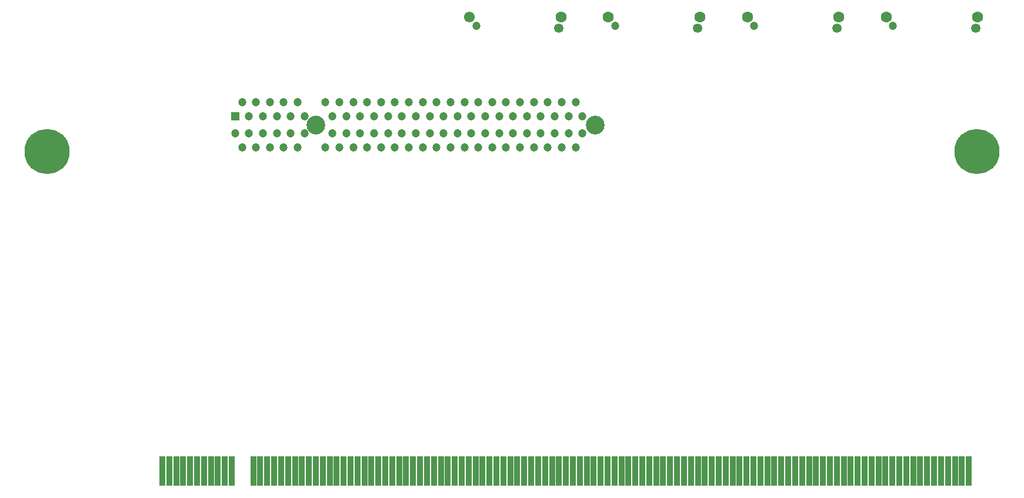
<source format=gbr>
%TF.GenerationSoftware,KiCad,Pcbnew,(5.1.6)-1*%
%TF.CreationDate,2022-02-23T11:46:10+01:00*%
%TF.ProjectId,Riser Leopard 2OU PCIe x8 4xOculink,52697365-7220-44c6-956f-706172642032,rev?*%
%TF.SameCoordinates,PX459e440PY54cbc38*%
%TF.FileFunction,Soldermask,Bot*%
%TF.FilePolarity,Negative*%
%FSLAX46Y46*%
G04 Gerber Fmt 4.6, Leading zero omitted, Abs format (unit mm)*
G04 Created by KiCad (PCBNEW (5.1.6)-1) date 2022-02-23 11:46:10*
%MOMM*%
%LPD*%
G01*
G04 APERTURE LIST*
%ADD10R,0.900000X4.300000*%
%ADD11C,1.600000*%
%ADD12C,1.200000*%
%ADD13C,1.350000*%
%ADD14C,1.550000*%
%ADD15R,1.200000X1.200000*%
%ADD16C,2.700000*%
%ADD17C,6.500000*%
%ADD18C,0.900000*%
G04 APERTURE END LIST*
D10*
%TO.C,J1*%
X29700000Y-46085000D03*
X16600000Y-46085000D03*
X17600000Y-46085000D03*
X18600000Y-46085000D03*
X19600000Y-46085000D03*
X20600000Y-46085000D03*
X21600000Y-46085000D03*
X22600000Y-46085000D03*
X23600000Y-46085000D03*
X24600000Y-46085000D03*
X25600000Y-46085000D03*
X26600000Y-46085000D03*
X30700000Y-46085000D03*
X31700000Y-46085000D03*
X32700000Y-46085000D03*
X33700000Y-46085000D03*
X34700000Y-46085000D03*
X35700000Y-46085000D03*
X36700000Y-46085000D03*
X37700000Y-46085000D03*
X38700000Y-46085000D03*
X39700000Y-46085000D03*
X40700000Y-46085000D03*
X41700000Y-46085000D03*
X42700000Y-46085000D03*
X43700000Y-46085000D03*
X44700000Y-46085000D03*
X45700000Y-46085000D03*
X46700000Y-46085000D03*
X47700000Y-46085000D03*
X48700000Y-46085000D03*
X49700000Y-46085000D03*
X50700000Y-46085000D03*
X51700000Y-46085000D03*
X52700000Y-46085000D03*
X53700000Y-46085000D03*
X54700000Y-46085000D03*
X55700000Y-46085000D03*
X56700000Y-46085000D03*
X57700000Y-46085000D03*
X58700000Y-46085000D03*
X59700000Y-46085000D03*
X60700000Y-46085000D03*
X61700000Y-46085000D03*
X62700000Y-46085000D03*
X63700000Y-46085000D03*
X64700000Y-46085000D03*
X65700000Y-46085000D03*
X66700000Y-46085000D03*
X67700000Y-46085000D03*
X68700000Y-46085000D03*
X69700000Y-46085000D03*
X70700000Y-46085000D03*
X71700000Y-46085000D03*
X72700000Y-46085000D03*
X73700000Y-46085000D03*
X74700000Y-46085000D03*
X75700000Y-46085000D03*
X76700000Y-46085000D03*
X77700000Y-46085000D03*
X78700000Y-46085000D03*
X79700000Y-46085000D03*
X80700000Y-46085000D03*
X81700000Y-46085000D03*
X82700000Y-46085000D03*
X83700000Y-46085000D03*
X84700000Y-46085000D03*
X85700000Y-46085000D03*
X86700000Y-46085000D03*
X87700000Y-46085000D03*
X88700000Y-46085000D03*
X89700000Y-46085000D03*
X90700000Y-46085000D03*
X91700000Y-46085000D03*
X92700000Y-46085000D03*
X93700000Y-46085000D03*
X94700000Y-46085000D03*
X95700000Y-46085000D03*
X96700000Y-46085000D03*
X97700000Y-46085000D03*
X98700000Y-46085000D03*
X99700000Y-46085000D03*
X100700000Y-46085000D03*
X101700000Y-46085000D03*
X102700000Y-46085000D03*
X103700000Y-46085000D03*
X104700000Y-46085000D03*
X105700000Y-46085000D03*
X106700000Y-46085000D03*
X107700000Y-46085000D03*
X108700000Y-46085000D03*
X109700000Y-46085000D03*
X110700000Y-46085000D03*
X111700000Y-46085000D03*
X112700000Y-46085000D03*
X113700000Y-46085000D03*
X114700000Y-46085000D03*
X115700000Y-46085000D03*
X116700000Y-46085000D03*
X117700000Y-46085000D03*
X118700000Y-46085000D03*
X119700000Y-46085000D03*
X120700000Y-46085000D03*
X121700000Y-46085000D03*
X122700000Y-46085000D03*
X123700000Y-46085000D03*
X124700000Y-46085000D03*
X125700000Y-46085000D03*
X126700000Y-46085000D03*
X127700000Y-46085000D03*
X128700000Y-46085000D03*
X129700000Y-46085000D03*
X130700000Y-46085000D03*
X131700000Y-46085000D03*
X132700000Y-46085000D03*
%TD*%
D11*
%TO.C,J2*%
X80820000Y19385000D03*
X93980000Y19385000D03*
D12*
X81780000Y18125000D03*
D13*
X93680000Y17765000D03*
%TD*%
%TO.C,J3*%
X73680000Y17765000D03*
D12*
X61780000Y18125000D03*
D11*
X73980000Y19385000D03*
D14*
X60820000Y19385000D03*
%TD*%
D13*
%TO.C,J4*%
X133680000Y17765000D03*
D12*
X121780000Y18125000D03*
D11*
X133980000Y19385000D03*
X120820000Y19385000D03*
%TD*%
%TO.C,J5*%
X100820000Y19385000D03*
X113980000Y19385000D03*
D12*
X101780000Y18125000D03*
D13*
X113680000Y17765000D03*
%TD*%
D12*
%TO.C,J6*%
X66090000Y7095000D03*
X69090000Y5095000D03*
X73090000Y5095000D03*
X72090000Y7095000D03*
X71090000Y5095000D03*
X70090000Y7095000D03*
X68090000Y7095000D03*
X67090000Y5095000D03*
X60090000Y595000D03*
X66090000Y595000D03*
X40090000Y595000D03*
X37090000Y2595000D03*
X54090000Y595000D03*
X48090000Y595000D03*
X42090000Y595000D03*
X44090000Y595000D03*
X27090000Y2595000D03*
X46090000Y595000D03*
X52090000Y595000D03*
X49090000Y2595000D03*
X29090000Y2595000D03*
X35090000Y2595000D03*
X30090000Y595000D03*
X65090000Y2595000D03*
X63090000Y2595000D03*
X61090000Y2595000D03*
X55090000Y2595000D03*
X31090000Y2595000D03*
X47090000Y2595000D03*
X53090000Y2595000D03*
X43090000Y2595000D03*
X36090000Y595000D03*
X64090000Y595000D03*
X34090000Y595000D03*
X51090000Y2595000D03*
X50090000Y595000D03*
X32090000Y595000D03*
X45090000Y2595000D03*
X28090000Y595000D03*
X41090000Y2595000D03*
X62090000Y595000D03*
X57090000Y2595000D03*
X59090000Y2595000D03*
X58090000Y595000D03*
X56090000Y595000D03*
X33090000Y2595000D03*
X42090000Y7095000D03*
X41090000Y5095000D03*
X43090000Y5095000D03*
X52090000Y7095000D03*
X57090000Y5095000D03*
X55090000Y5095000D03*
X56090000Y7095000D03*
X54090000Y7095000D03*
X51090000Y5095000D03*
X53090000Y5095000D03*
X50090000Y7095000D03*
X75090000Y2595000D03*
X74090000Y595000D03*
X73090000Y2595000D03*
X77090000Y2595000D03*
X70090000Y595000D03*
X68090000Y595000D03*
X71090000Y2595000D03*
X69090000Y2595000D03*
X76090000Y595000D03*
X72090000Y595000D03*
X67090000Y2595000D03*
X59090000Y5095000D03*
X63090000Y5095000D03*
X62090000Y7095000D03*
X61090000Y5095000D03*
X65090000Y5095000D03*
X60090000Y7095000D03*
X58090000Y7095000D03*
X64090000Y7095000D03*
X49090000Y5095000D03*
X48090000Y7095000D03*
X47090000Y5095000D03*
X33090000Y5095000D03*
X34090000Y7095000D03*
X31090000Y5095000D03*
X32090000Y7095000D03*
X35090000Y5095000D03*
X40090000Y7095000D03*
X37090000Y5095000D03*
X36090000Y7095000D03*
D15*
X27090000Y5095000D03*
D12*
X28090000Y7095000D03*
X30090000Y7095000D03*
X29090000Y5095000D03*
D16*
X78890000Y3845000D03*
X38740000Y3845000D03*
D12*
X77090000Y5095000D03*
X75090000Y5095000D03*
X74090000Y7095000D03*
X76090000Y7095000D03*
X44090000Y7095000D03*
X46090000Y7095000D03*
X45090000Y5095000D03*
%TD*%
D17*
%TO.C,H1*%
X0Y0D03*
D18*
X2400000Y0D03*
X-1697056Y-1697056D03*
X1697056Y-1697056D03*
X0Y-2400000D03*
X-2400000Y0D03*
X1697056Y1697056D03*
X0Y2400000D03*
X-1697056Y1697056D03*
%TD*%
%TO.C,H2*%
X132202944Y1697056D03*
X133900000Y2400000D03*
X135597056Y1697056D03*
X131500000Y0D03*
X133900000Y-2400000D03*
X135597056Y-1697056D03*
X132202944Y-1697056D03*
X136300000Y0D03*
D17*
X133900000Y0D03*
%TD*%
M02*

</source>
